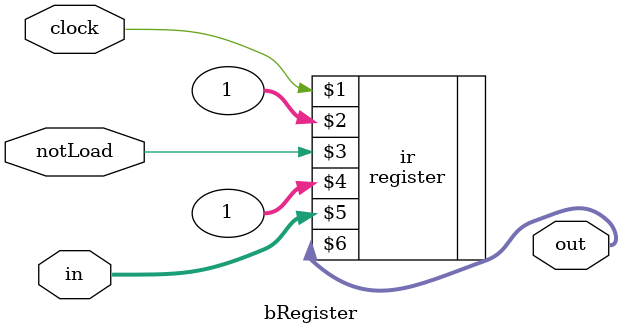
<source format=v>
`ifndef _BREG_INCLUDED_
`define _BREG_INCLUDED_

`include "../register/register.v"

module bRegister(clock, notLoad, in, out);
	input clock, notLoad;
	input [15:0] in;
	wire [15:0] in;
	
	output [15:0] out;
	wire [15:0] out;
	
	register ir(clock, 1, notLoad, 1, in, out);
	
endmodule

`endif

</source>
